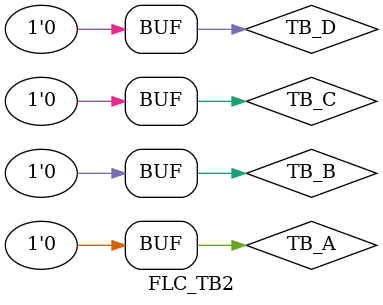
<source format=sv>
`timescale 1ns / 1ps



module FLC_TB2();

    // Inputs
    logic TB_A;
    logic TB_B;
    logic TB_C;
    logic TB_D;

    // Outputs
    logic TB_P;
    logic TB_Q;
    logic TB_R;

    // Instantiate the Unit Under Test (UUT)
    FLC uut (.FLC_A(TB_A), .FLC_B(TB_B), .FLC_C(TB_C), .FLC_D(TB_D), .FLC_P(TB_P), .FLC_Q(TB_Q), .FLC_R(TB_R));

    // Test Cases
    always begin
    #10 TB_A = 1;
        TB_B = 1;
        TB_C = 1;
        TB_D = 1;

    #10 TB_A = 1;
        TB_B = 1;
        TB_C = 1;
        TB_D = 0;

    #10 TB_A = 1;
        TB_B = 1;
        TB_C = 0;
        TB_D = 1;

    #10 TB_A = 1;
        TB_B = 1;
        TB_C = 0;
        TB_D = 0;

    #10 TB_A = 1;
        TB_B = 0;
        TB_C = 1;
        TB_D = 1;

    #10 TB_A = 1;
        TB_B = 0;
        TB_C = 1;
        TB_D = 0;

    #10 TB_A = 1;
        TB_B = 0;
        TB_C = 0;
        TB_D = 1;

    #10 TB_A = 1;
        TB_B = 0;
        TB_C = 0;
        TB_D = 0;

    #10 TB_A = 0;
        TB_B = 1;
        TB_C = 1;
        TB_D = 1;

    #10 TB_A = 0;
        TB_B = 1;
        TB_C = 1;
        TB_D = 0;

    #10 TB_A = 0;
        TB_B = 1;
        TB_C = 0;
        TB_D = 1;

    #10 TB_A = 0;
        TB_B = 1;
        TB_C = 0;
        TB_D = 0;

    #10 TB_A = 0;
        TB_B = 0;
        TB_C = 1;
        TB_D = 1;

    #10 TB_A = 0;
        TB_B = 0;
        TB_C = 1;
        TB_D = 0;

    #10 TB_A = 0;
        TB_B = 0;
        TB_C = 1;
        TB_D = 1;

    #10 TB_A = 0;
        TB_B = 0;
        TB_C = 0;
        TB_D = 1;

    #10 TB_A = 0;
        TB_B = 0;
        TB_C = 0;
        TB_D = 0;

    end

endmodule

</source>
